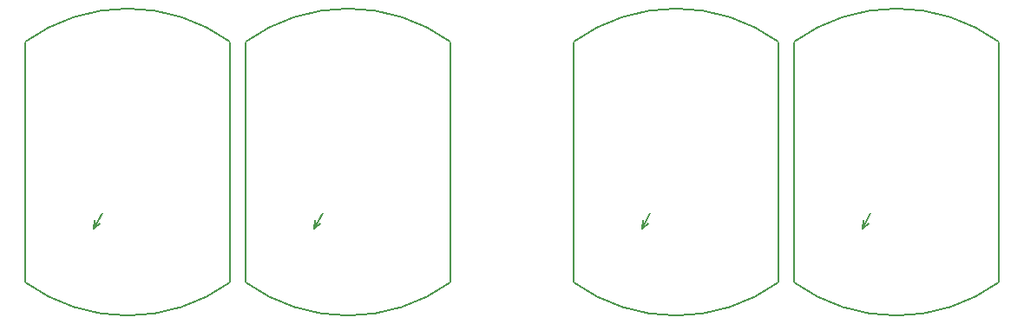
<source format=gbr>
G04 #@! TF.GenerationSoftware,KiCad,Pcbnew,(5.1.5-0-10_14)*
G04 #@! TF.CreationDate,2020-03-24T18:15:21-07:00*
G04 #@! TF.ProjectId,display_module,64697370-6c61-4795-9f6d-6f64756c652e,rev?*
G04 #@! TF.SameCoordinates,Original*
G04 #@! TF.FileFunction,Legend,Bot*
G04 #@! TF.FilePolarity,Positive*
%FSLAX46Y46*%
G04 Gerber Fmt 4.6, Leading zero omitted, Abs format (unit mm)*
G04 Created by KiCad (PCBNEW (5.1.5-0-10_14)) date 2020-03-24 18:15:21*
%MOMM*%
%LPD*%
G04 APERTURE LIST*
%ADD10C,0.150000*%
G04 APERTURE END LIST*
D10*
X182700000Y-111500000D02*
X183300000Y-111000000D01*
X182700000Y-111500000D02*
X182800000Y-110700000D01*
X183500000Y-110000000D02*
X182700000Y-111500000D01*
X195968330Y-93229292D02*
G75*
G03X186000000Y-90000000I-9968330J-13770708D01*
G01*
X195975179Y-116765747D02*
G75*
G02X186000000Y-120000000I-9975179J13765747D01*
G01*
X176000000Y-116700000D02*
X176000000Y-93300000D01*
X196000000Y-93300000D02*
X196000000Y-116700000D01*
X176031670Y-116770708D02*
G75*
G03X186000000Y-120000000I9968330J13770708D01*
G01*
X176024821Y-93234253D02*
G75*
G02X186000000Y-90000000I9975179J-13765747D01*
G01*
X107700000Y-111500000D02*
X108300000Y-111000000D01*
X107700000Y-111500000D02*
X107800000Y-110700000D01*
X108500000Y-110000000D02*
X107700000Y-111500000D01*
X120968330Y-93229292D02*
G75*
G03X111000000Y-90000000I-9968330J-13770708D01*
G01*
X120975179Y-116765747D02*
G75*
G02X111000000Y-120000000I-9975179J13765747D01*
G01*
X101000000Y-116700000D02*
X101000000Y-93300000D01*
X121000000Y-93300000D02*
X121000000Y-116700000D01*
X101031670Y-116770708D02*
G75*
G03X111000000Y-120000000I9968330J13770708D01*
G01*
X101024821Y-93234253D02*
G75*
G02X111000000Y-90000000I9975179J-13765747D01*
G01*
X161200000Y-111500000D02*
X161800000Y-111000000D01*
X161200000Y-111500000D02*
X161300000Y-110700000D01*
X162000000Y-110000000D02*
X161200000Y-111500000D01*
X174468330Y-93229292D02*
G75*
G03X164500000Y-90000000I-9968330J-13770708D01*
G01*
X174475179Y-116765747D02*
G75*
G02X164500000Y-120000000I-9975179J13765747D01*
G01*
X154500000Y-116700000D02*
X154500000Y-93300000D01*
X174500000Y-93300000D02*
X174500000Y-116700000D01*
X154531670Y-116770708D02*
G75*
G03X164500000Y-120000000I9968330J13770708D01*
G01*
X154524821Y-93234253D02*
G75*
G02X164500000Y-90000000I9975179J-13765747D01*
G01*
X129200000Y-111500000D02*
X129800000Y-111000000D01*
X129200000Y-111500000D02*
X129300000Y-110700000D01*
X130000000Y-110000000D02*
X129200000Y-111500000D01*
X142468330Y-93229292D02*
G75*
G03X132500000Y-90000000I-9968330J-13770708D01*
G01*
X142475179Y-116765747D02*
G75*
G02X132500000Y-120000000I-9975179J13765747D01*
G01*
X122500000Y-116700000D02*
X122500000Y-93300000D01*
X142500000Y-93300000D02*
X142500000Y-116700000D01*
X122531670Y-116770708D02*
G75*
G03X132500000Y-120000000I9968330J13770708D01*
G01*
X122524821Y-93234253D02*
G75*
G02X132500000Y-90000000I9975179J-13765747D01*
G01*
M02*

</source>
